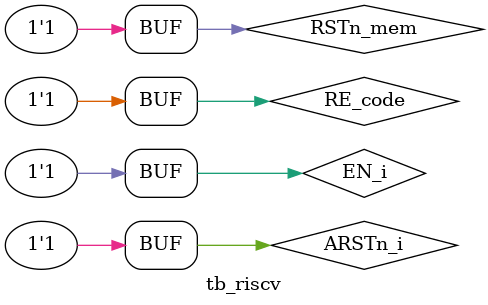
<source format=v>

module tb_riscv ();

   wire CLK_i;
   wire RSTn_i;
   wire ARSTn_i;
   wire RSTn_RV;
   wire END_SIM_i;
   wire EN_i;
   wire end_code;
   wire end_data;
   wire end_init;
   wire [31:0] add_data;
   wire [31:0] add_code;
   wire [31:0] DIN_data;
   wire [31:0] DOUT_data;
   wire [31:0] DIN_code;
   wire WE_data;
   wire RE_data;
   
   wire [31:0] DOUT_code;
   wire WE_code;
   wire RE_code;
   wire RSTn_mem;
   
	assign RE_code = 1;
	assign EN_i = 1;
	assign ARSTn_i = 1;
	assign RSTn_mem = 1;

	and (end_init, end_code, end_data);
	and (RSTn_RV, RSTn_i, end_init);
	
	clk_gen CG(	.END_SIM(END_SIM_i),
				.RSTn(RSTn_i),
			    .CLK(CLK_i));

	instruction_mem IM(	.Address(add_code),
						//.Data_IN(DOUT_code),
						//.WE(WE_code),
						.RE(RE_code),
						.Ready(end_code),
						.Data_OUT(DIN_code));
	
	data_mem DM(.RSTn(RSTn_mem),
				.Address(add_data),
				.Data_IN(DOUT_data),
				.WE(WE_data),
				.RE(RE_data),
				.Ready(end_data),
				.Data_OUT(DIN_data));
				
	riscv RV(
			.CLK(CLK_i),
			.RSTn(RSTn_RV),
			.ASYNC_RSTn(ARSTn_i),
			.EN(EN_i),
			.ADDR_INSTR(add_code),
			.ADDR_DATA(add_data),
			.MEM_INSTR(DIN_code),
			.MEM_DATA_IN(DIN_data),
			.MEM_DATA_OUT(DOUT_data),
			.MEM_DATA_WRITE(WE_data), 
			.MEM_DATA_READ(RE_data)); 

endmodule

		   

</source>
